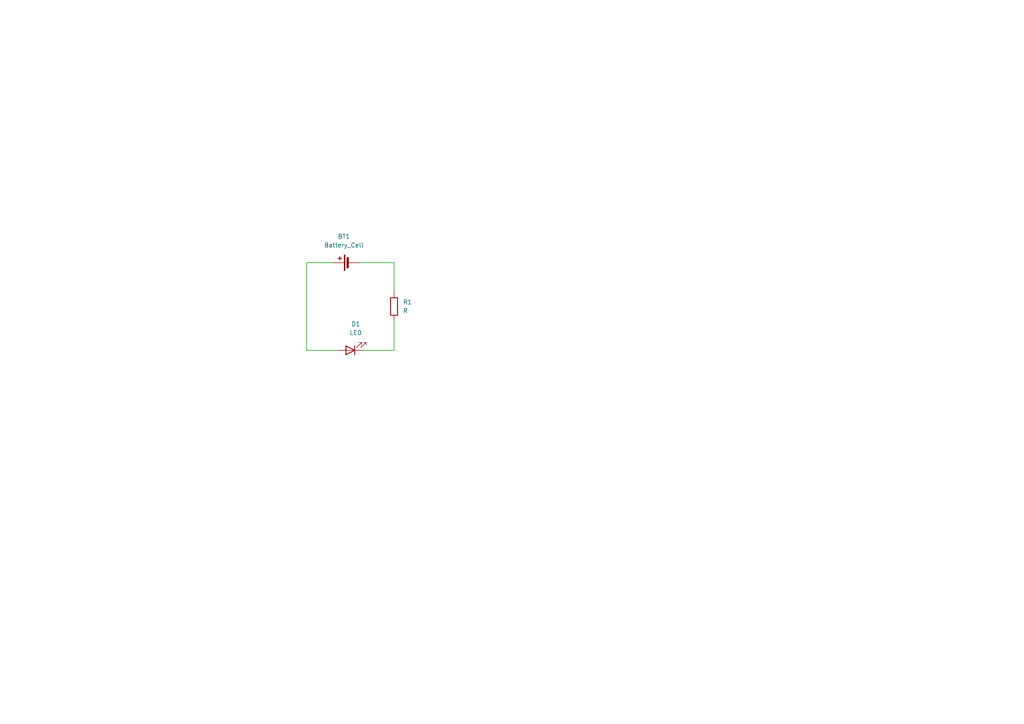
<source format=kicad_sch>
(kicad_sch (version 20231120) (generator "eeschema") (generator_version "8.0")
  (paper "A4")
  (title_block (title "Schematic") (date "2024-10-28") (rev "1.0"))
  (lib_symbols
    (symbol "Device:Battery_Cell" (pin_numbers hide) (pin_names (offset 0) hide)
      (property "Reference" "BT" (at 2.54 2.54 0))
      (property "Value" "Battery_Cell" (at 2.54 0 0))
      (symbol "Battery_Cell_0_1"
        (rectangle (start -2.286 1.778) (end 2.286 1.524) (fill (type outline)))
        (rectangle (start -1.524 1.016) (end 1.524 0.508) (fill (type outline)))
        (polyline (pts (xy 0 0.762) (xy 0 0)))
        (polyline (pts (xy 0 1.778) (xy 0 2.54)))
        (polyline (pts (xy 0.762 3.048) (xy 1.778 3.048)) (stroke (width 0.254)))
        (polyline (pts (xy 1.27 3.556) (xy 1.27 2.54)) (stroke (width 0.254)))
      )
      (symbol "Battery_Cell_1_1"
        (pin passive line (at 0 5.08 270) (length 2.54) (name "+") (number "1"))
        (pin passive line (at 0 -2.54 90) (length 2.54) (name "-") (number "2"))
      )
    )
    (symbol "Device:LED" (pin_numbers hide) (pin_names (offset 1.016) hide)
      (property "Reference" "D" (at 0 2.54 0))
      (property "Value" "LED" (at 0 -2.54 0))
      (symbol "LED_0_1"
        (polyline (pts (xy -1.27 -1.27) (xy -1.27 1.27)) (stroke (width 0.254)))
        (polyline (pts (xy -1.27 0) (xy 1.27 0)))
        (polyline (pts (xy 1.27 -1.27) (xy 1.27 1.27) (xy -1.27 0) (xy 1.27 -1.27)) (stroke (width 0.254)))
        (polyline (pts (xy -3.048 -0.762) (xy -4.572 -2.286) (xy -3.81 -2.286) (xy -4.572 -2.286) (xy -4.572 -1.524)))
        (polyline (pts (xy -1.778 -0.762) (xy -3.302 -2.286) (xy -2.54 -2.286) (xy -3.302 -2.286) (xy -3.302 -1.524)))
      )
      (symbol "LED_1_1"
        (pin passive line (at -3.81 0 0) (length 2.54) (name "K") (number "1"))
        (pin passive line (at 3.81 0 180) (length 2.54) (name "A") (number "2"))
      )
    )
    (symbol "Device:R" (pin_numbers hide) (pin_names (offset 0))
      (property "Reference" "R" (at 2.032 0 90))
      (property "Value" "R" (at 0 0 90))
      (symbol "R_0_1"
        (rectangle (start -1.016 -2.54) (end 1.016 2.54) (stroke (width 0.254)))
      )
      (symbol "R_1_1"
        (pin passive line (at 0 3.81 270) (length 1.27) (name "~") (number "1"))
        (pin passive line (at 0 -3.81 90) (length 1.27) (name "~") (number "2"))
      )
    )
  )
  (wire (pts (xy 88.9 101.6) (xy 88.9 76.2)))
  (wire (pts (xy 104.14 76.2) (xy 114.3 76.2)))
  (wire (pts (xy 88.9 76.2) (xy 96.52 76.2)))
  (wire (pts (xy 114.3 92.71) (xy 114.3 101.6)))
  (wire (pts (xy 97.79 101.6) (xy 88.9 101.6)))
  (wire (pts (xy 114.3 101.6) (xy 105.41 101.6)))
  (wire (pts (xy 114.3 76.2) (xy 114.3 85.09)))
  (symbol (lib_id "Device:Battery_Cell") (at 101.6 76.2 90) (unit 1)
    (property "Reference" "BT1" (at 99.7585 68.58 90))
    (property "Value" "Battery_Cell" (at 99.7585 71.12 90))
    (property "Footprint" "FS_3_Global_Footprint_Library:MS621FE-FL11E_SEC" (effects (hide yes)))
    (property "Description" "Single-cell battery" (effects (hide yes)))
  )
  (symbol (lib_id "Device:R") (at 114.3 88.9 0) (unit 1)
    (property "Reference" "R1" (at 116.84 87.6299 0) (effects (justify left)))
    (property "Value" "R" (at 116.84 90.1699 0) (effects (justify left)))
    (property "Footprint" "Resistor_SMD:R_0805_2012Metric_Pad1.20x1.40mm_HandSolder" (effects (hide yes)))
    (property "Description" "Resistor" (effects (hide yes)))
  )
  (symbol (lib_id "Device:LED") (at 101.6 101.6 180) (unit 1)
    (property "Reference" "D1" (at 103.1875 93.98 0))
    (property "Value" "LED" (at 103.1875 96.52 0))
    (property "Footprint" "LED_SMD:LED_0805_2012Metric_Pad1.15x1.40mm_HandSolder" (effects (hide yes)))
    (property "Description" "Light emitting diode" (effects (hide yes)))
  )
)
</source>
